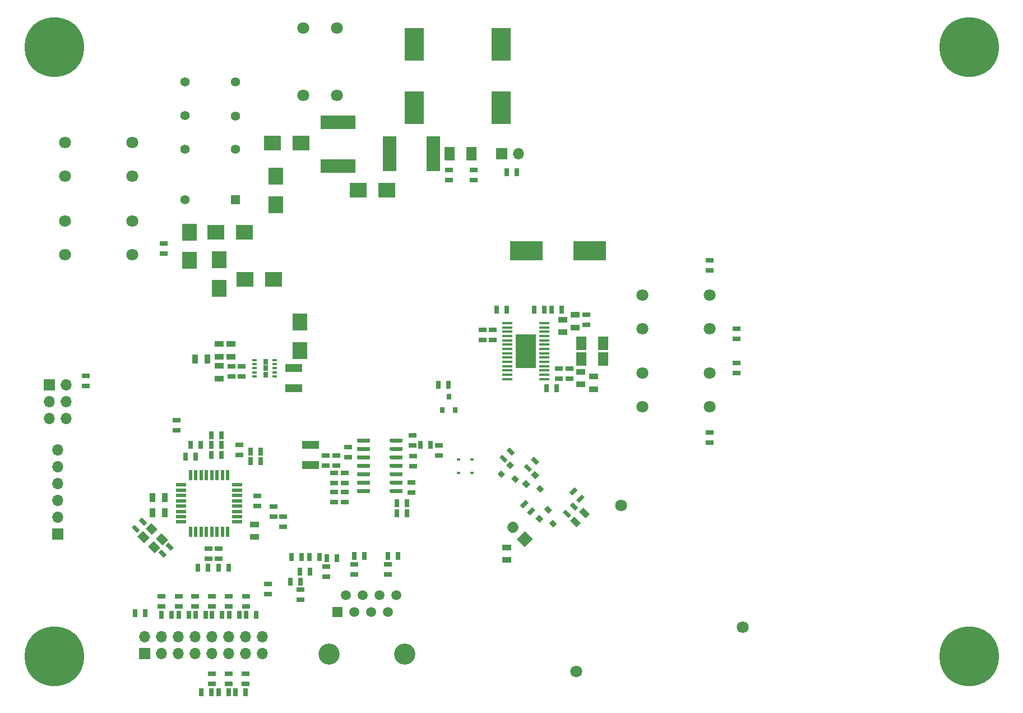
<source format=gts>
G04 #@! TF.GenerationSoftware,KiCad,Pcbnew,5.1.5-52549c5~86~ubuntu18.04.1*
G04 #@! TF.CreationDate,2020-04-15T15:15:01+02:00*
G04 #@! TF.ProjectId,opensyringepump_indus,6f70656e-7379-4726-996e-676570756d70,1.5*
G04 #@! TF.SameCoordinates,Original*
G04 #@! TF.FileFunction,Soldermask,Top*
G04 #@! TF.FilePolarity,Negative*
%FSLAX46Y46*%
G04 Gerber Fmt 4.6, Leading zero omitted, Abs format (unit mm)*
G04 Created by KiCad (PCBNEW 5.1.5-52549c5~86~ubuntu18.04.1) date 2020-04-15 15:15:01*
%MOMM*%
%LPD*%
G04 APERTURE LIST*
%ADD10R,2.300000X2.500000*%
%ADD11C,1.800000*%
%ADD12R,1.143000X0.635000*%
%ADD13R,0.635000X1.143000*%
%ADD14C,0.100000*%
%ADD15R,1.397000X0.889000*%
%ADD16R,0.889000X1.397000*%
%ADD17R,2.540000X1.270000*%
%ADD18C,9.000000*%
%ADD19O,1.700000X1.700000*%
%ADD20R,1.700000X1.700000*%
%ADD21C,0.350000*%
%ADD22R,0.700000X0.966666*%
%ADD23R,0.650000X0.300000*%
%ADD24R,2.000000X5.300000*%
%ADD25R,5.300000X2.000000*%
%ADD26R,0.600000X0.450000*%
%ADD27C,1.500000*%
%ADD28R,1.500000X1.500000*%
%ADD29C,3.200000*%
%ADD30R,1.524000X2.032000*%
%ADD31R,5.000000X3.000000*%
%ADD32R,3.000000X5.000000*%
%ADD33R,1.600200X0.299720*%
%ADD34R,3.098800X5.179060*%
%ADD35R,0.800000X0.900000*%
%ADD36C,1.700000*%
%ADD37R,0.550000X1.600000*%
%ADD38R,1.600000X0.550000*%
%ADD39C,1.400000*%
%ADD40R,1.400000X1.400000*%
%ADD41R,2.500000X2.300000*%
G04 APERTURE END LIST*
D10*
X56400000Y-65950000D03*
X56400000Y-70250000D03*
D11*
X139988618Y-125582016D03*
X121617984Y-107211382D03*
X114893398Y-132306602D03*
D12*
X54500000Y-94338000D03*
X54500000Y-95862000D03*
X62800000Y-87762000D03*
X62800000Y-86238000D03*
X64299999Y-87762000D03*
X64299999Y-86238000D03*
X100700000Y-80738000D03*
X100700000Y-82262000D03*
X102200000Y-82262000D03*
X102200000Y-80738000D03*
D13*
X57362000Y-99800000D03*
X55838000Y-99800000D03*
X58162000Y-98100000D03*
X56638000Y-98100000D03*
D14*
G36*
X115044576Y-104899599D02*
G01*
X114236353Y-105707822D01*
X113787340Y-105258809D01*
X114595563Y-104450586D01*
X115044576Y-104899599D01*
G37*
G36*
X116122206Y-105977229D02*
G01*
X115313983Y-106785452D01*
X114864970Y-106336439D01*
X115673193Y-105528216D01*
X116122206Y-105977229D01*
G37*
G36*
X113281580Y-107810197D02*
G01*
X114089803Y-108618420D01*
X113640790Y-109067433D01*
X112832567Y-108259210D01*
X113281580Y-107810197D01*
G37*
G36*
X114359210Y-106732567D02*
G01*
X115167433Y-107540790D01*
X114718420Y-107989803D01*
X113910197Y-107181580D01*
X114359210Y-106732567D01*
G37*
G36*
X107440349Y-108245628D02*
G01*
X108248572Y-107437405D01*
X108697585Y-107886418D01*
X107889362Y-108694641D01*
X107440349Y-108245628D01*
G37*
G36*
X106362719Y-107167998D02*
G01*
X107170942Y-106359775D01*
X107619955Y-106808788D01*
X106811732Y-107617011D01*
X106362719Y-107167998D01*
G37*
G36*
X108818420Y-101089803D02*
G01*
X108010197Y-100281580D01*
X108459210Y-99832567D01*
X109267433Y-100640790D01*
X108818420Y-101089803D01*
G37*
G36*
X107740790Y-102167433D02*
G01*
X106932567Y-101359210D01*
X107381580Y-100910197D01*
X108189803Y-101718420D01*
X107740790Y-102167433D01*
G37*
G36*
X105118420Y-99689803D02*
G01*
X104310197Y-98881580D01*
X104759210Y-98432567D01*
X105567433Y-99240790D01*
X105118420Y-99689803D01*
G37*
G36*
X104040790Y-100767433D02*
G01*
X103232567Y-99959210D01*
X103681580Y-99510197D01*
X104489803Y-100318420D01*
X104040790Y-100767433D01*
G37*
D13*
X74538000Y-115000000D03*
X76062000Y-115000000D03*
X74662000Y-117200000D03*
X73138000Y-117200000D03*
D12*
X69100000Y-107338000D03*
X69100000Y-108862000D03*
X90100000Y-96638000D03*
X90100000Y-98162000D03*
X90000000Y-105262000D03*
X90000000Y-103738000D03*
D13*
X87738000Y-108400000D03*
X89262000Y-108400000D03*
X89262000Y-106900000D03*
X87738000Y-106900000D03*
D12*
X90200000Y-99738000D03*
X90200000Y-101262000D03*
X77000000Y-99638000D03*
X77000000Y-101162000D03*
X78600000Y-101162000D03*
X78600000Y-99638000D03*
X78300000Y-105138000D03*
X78300000Y-106662000D03*
X79900000Y-106662000D03*
X79900000Y-105138000D03*
X78300000Y-103862000D03*
X78300000Y-102338000D03*
X79900000Y-102338000D03*
X79900000Y-103862000D03*
D13*
X65638000Y-100500000D03*
X67162000Y-100500000D03*
X65638000Y-99100000D03*
X67162000Y-99100000D03*
D12*
X64000000Y-98038000D03*
X64000000Y-99562000D03*
X113800000Y-88062000D03*
X113800000Y-86538000D03*
D13*
X111138000Y-77700000D03*
X112662000Y-77700000D03*
X108538000Y-77700000D03*
X110062000Y-77700000D03*
X95562000Y-89000000D03*
X94038000Y-89000000D03*
X59738000Y-98100000D03*
X61262000Y-98100000D03*
X61262000Y-96600000D03*
X59738000Y-96600000D03*
X49762000Y-123500000D03*
X48238000Y-123500000D03*
D12*
X40800000Y-87638000D03*
X40800000Y-89162000D03*
D13*
X73362000Y-115000000D03*
X71838000Y-115000000D03*
D12*
X68300000Y-119038000D03*
X68300000Y-120562000D03*
D14*
G36*
X116253124Y-109134704D02*
G01*
X115265296Y-108146876D01*
X115893914Y-107518258D01*
X116881742Y-108506086D01*
X116253124Y-109134704D01*
G37*
G36*
X114906086Y-110481742D02*
G01*
X113918258Y-109493914D01*
X114546876Y-108865296D01*
X115534704Y-109853124D01*
X114906086Y-110481742D01*
G37*
D15*
X104400000Y-115452500D03*
X104400000Y-113547500D03*
X66300000Y-111952500D03*
X66300000Y-110047500D03*
D12*
X52500000Y-67638000D03*
X52500000Y-69162000D03*
D16*
X57247500Y-85100000D03*
X59152500Y-85100000D03*
D15*
X60900000Y-88052500D03*
X60900000Y-86147500D03*
X60899999Y-82847501D03*
X60899999Y-84752501D03*
X62700001Y-82847501D03*
X62700001Y-84752501D03*
D17*
X72200001Y-89524001D03*
X72200001Y-86476001D03*
D16*
X50847500Y-106000000D03*
X52752500Y-106000000D03*
X50847500Y-108300000D03*
X52752500Y-108300000D03*
D15*
X112800000Y-79147500D03*
X112800000Y-81052500D03*
X115500000Y-88952500D03*
X115500000Y-87047500D03*
X114700000Y-78447500D03*
X114700000Y-80352500D03*
X117500000Y-89652500D03*
X117500000Y-87747500D03*
D12*
X116400000Y-78438000D03*
X116400000Y-79962000D03*
X99400000Y-58062000D03*
X99400000Y-56538000D03*
X95600000Y-58062000D03*
X95600000Y-56538000D03*
D13*
X58862000Y-123700000D03*
X57338000Y-123700000D03*
X61362000Y-123700000D03*
X59838000Y-123700000D03*
X56362000Y-123700000D03*
X54838000Y-123700000D03*
X63962000Y-123700000D03*
X62438000Y-123700000D03*
X53762000Y-123700000D03*
X52238000Y-123700000D03*
X66500000Y-123700000D03*
X64976000Y-123700000D03*
D14*
G36*
X48130970Y-110101009D02*
G01*
X48939193Y-110909232D01*
X48490180Y-111358245D01*
X47681957Y-110550022D01*
X48130970Y-110101009D01*
G37*
G36*
X49208600Y-109023379D02*
G01*
X50016823Y-109831602D01*
X49567810Y-110280615D01*
X48759587Y-109472392D01*
X49208600Y-109023379D01*
G37*
G36*
X53598319Y-114028281D02*
G01*
X52790096Y-113220058D01*
X53239109Y-112771045D01*
X54047332Y-113579268D01*
X53598319Y-114028281D01*
G37*
G36*
X52520689Y-115105911D02*
G01*
X51712466Y-114297688D01*
X52161479Y-113848675D01*
X52969702Y-114656898D01*
X52520689Y-115105911D01*
G37*
D13*
X87924000Y-114800000D03*
X86400000Y-114800000D03*
X82862000Y-114800000D03*
X81338000Y-114800000D03*
X58238000Y-135400000D03*
X59762000Y-135400000D03*
X60838000Y-135400000D03*
X62362000Y-135400000D03*
D12*
X70600000Y-110462000D03*
X70600000Y-108938000D03*
D13*
X63338000Y-135400000D03*
X64862000Y-135400000D03*
X57738000Y-116600000D03*
X59262000Y-116600000D03*
X62362000Y-116600000D03*
X60838000Y-116600000D03*
X78662000Y-115200000D03*
X77138000Y-115200000D03*
D12*
X139100000Y-80538000D03*
X139100000Y-82062000D03*
X139100000Y-87262000D03*
X139100000Y-85738000D03*
X135000000Y-71762000D03*
X135000000Y-70238000D03*
X135000000Y-96238000D03*
X135000000Y-97762000D03*
D13*
X71638000Y-118700000D03*
X73162000Y-118700000D03*
D12*
X66700000Y-105788000D03*
X66700000Y-107312000D03*
X80400000Y-98438000D03*
X80400000Y-99962000D03*
D17*
X74700000Y-98076000D03*
X74700000Y-101124000D03*
D13*
X111862000Y-89500000D03*
X110338000Y-89500000D03*
D12*
X112200000Y-88062000D03*
X112200000Y-86538000D03*
D13*
X102838000Y-77700000D03*
X104362000Y-77700000D03*
D12*
X94100000Y-99662000D03*
X94100000Y-98138000D03*
D13*
X61262000Y-99600000D03*
X59738000Y-99600000D03*
D18*
X174200000Y-130000000D03*
X36000000Y-38000000D03*
X36000000Y-130000000D03*
X174200000Y-38000000D03*
D13*
X104338000Y-56900000D03*
X105862000Y-56900000D03*
D19*
X36500000Y-98800000D03*
X36500000Y-101340000D03*
X36500000Y-103880000D03*
X36500000Y-106420000D03*
X36500000Y-108960000D03*
D20*
X36500000Y-111500000D03*
D19*
X37840000Y-94080000D03*
X35300000Y-94080000D03*
X37840000Y-91540000D03*
X35300000Y-91540000D03*
X37840000Y-89000000D03*
D20*
X35300000Y-89000000D03*
D21*
X67975000Y-85533334D03*
X67975000Y-86500000D03*
X67975000Y-87466666D03*
D22*
X67975000Y-85533334D03*
X67975000Y-86500000D03*
X67975000Y-87466666D03*
D23*
X66275000Y-87700000D03*
X66275000Y-87100000D03*
X66275000Y-86500000D03*
X66275000Y-85900000D03*
X66275000Y-85300000D03*
X69325000Y-85300000D03*
X69325000Y-85900000D03*
X69325000Y-86500000D03*
X69325000Y-87100000D03*
X69325000Y-87700000D03*
D19*
X106140000Y-54100000D03*
D20*
X103600000Y-54100000D03*
D13*
X91338000Y-98100000D03*
X92862000Y-98100000D03*
D24*
X86700000Y-54100000D03*
X93300000Y-54100000D03*
D25*
X78900000Y-56000000D03*
X78900000Y-49400000D03*
D10*
X73100000Y-79550000D03*
X73100000Y-83850000D03*
D26*
X99150000Y-100300000D03*
X97050000Y-100300000D03*
X99150000Y-102300000D03*
X97050000Y-102300000D03*
D27*
X87690000Y-120760000D03*
X86420000Y-123300000D03*
X85150000Y-120760000D03*
X83880000Y-123300000D03*
X82610000Y-120760000D03*
X81340000Y-123300000D03*
X80070000Y-120760000D03*
D28*
X78800000Y-123300000D03*
D29*
X77530000Y-129650000D03*
X88960000Y-129650000D03*
D30*
X99051000Y-54100000D03*
X95749000Y-54100000D03*
D31*
X116900000Y-68800000D03*
X107300000Y-68800000D03*
D32*
X103500000Y-47200000D03*
X103500000Y-37600000D03*
X90400000Y-47200000D03*
X90400000Y-37600000D03*
D12*
X52200000Y-122462000D03*
X52200000Y-120938000D03*
X54800000Y-122462000D03*
X54800000Y-120938000D03*
X57300000Y-122462000D03*
X57300000Y-120938000D03*
X59800000Y-122462000D03*
X59800000Y-120938000D03*
X62400000Y-122462000D03*
X62400000Y-120938000D03*
X65000000Y-122462000D03*
X65000000Y-120938000D03*
D14*
G36*
X51996016Y-113549569D02*
G01*
X51147488Y-114398097D01*
X50157538Y-113408147D01*
X51006066Y-112559619D01*
X51996016Y-113549569D01*
G37*
G36*
X50440381Y-111993934D02*
G01*
X49591853Y-112842462D01*
X48601903Y-111852512D01*
X49450431Y-111003984D01*
X50440381Y-111993934D01*
G37*
G36*
X51642462Y-110791853D02*
G01*
X50793934Y-111640381D01*
X49803984Y-110650431D01*
X50652512Y-109801903D01*
X51642462Y-110791853D01*
G37*
G36*
X53198097Y-112347488D02*
G01*
X52349569Y-113196016D01*
X51359619Y-112206066D01*
X52208147Y-111357538D01*
X53198097Y-112347488D01*
G37*
D12*
X86400000Y-116138000D03*
X86400000Y-117662000D03*
X81300000Y-116138000D03*
X81300000Y-117662000D03*
X59800000Y-134162000D03*
X59800000Y-132638000D03*
X62400000Y-134162000D03*
X62400000Y-132638000D03*
X64900000Y-134162000D03*
X64900000Y-132638000D03*
X59300000Y-113738000D03*
X59300000Y-115262000D03*
X60800000Y-113738000D03*
X60800000Y-115262000D03*
X73200000Y-119938000D03*
X73200000Y-121462000D03*
X77100000Y-116438000D03*
X77100000Y-117962000D03*
D33*
X109999080Y-79675980D03*
X109999080Y-80326220D03*
X109999080Y-80973920D03*
X109999080Y-81624160D03*
X109999080Y-82274400D03*
X109999080Y-82924640D03*
X109999080Y-83574880D03*
X109999080Y-84225120D03*
X109999080Y-84875360D03*
X109999080Y-85525600D03*
X109999080Y-86175840D03*
X109999080Y-86826080D03*
X109999080Y-87473780D03*
X109999080Y-88124020D03*
D34*
X107200000Y-83900000D03*
D33*
X104400920Y-88124020D03*
X104400920Y-87473780D03*
X104400920Y-86826080D03*
X104400920Y-86175840D03*
X104400920Y-85525600D03*
X104400920Y-84875360D03*
X104400920Y-84225120D03*
X104400920Y-83574880D03*
X104400920Y-82924640D03*
X104400920Y-82274400D03*
X104400920Y-81624160D03*
X104400920Y-80973920D03*
X104400920Y-80326220D03*
X104400920Y-79675980D03*
D14*
G36*
X88514703Y-97090722D02*
G01*
X88529264Y-97092882D01*
X88543543Y-97096459D01*
X88557403Y-97101418D01*
X88570710Y-97107712D01*
X88583336Y-97115280D01*
X88595159Y-97124048D01*
X88606066Y-97133934D01*
X88615952Y-97144841D01*
X88624720Y-97156664D01*
X88632288Y-97169290D01*
X88638582Y-97182597D01*
X88643541Y-97196457D01*
X88647118Y-97210736D01*
X88649278Y-97225297D01*
X88650000Y-97240000D01*
X88650000Y-97540000D01*
X88649278Y-97554703D01*
X88647118Y-97569264D01*
X88643541Y-97583543D01*
X88638582Y-97597403D01*
X88632288Y-97610710D01*
X88624720Y-97623336D01*
X88615952Y-97635159D01*
X88606066Y-97646066D01*
X88595159Y-97655952D01*
X88583336Y-97664720D01*
X88570710Y-97672288D01*
X88557403Y-97678582D01*
X88543543Y-97683541D01*
X88529264Y-97687118D01*
X88514703Y-97689278D01*
X88500000Y-97690000D01*
X86850000Y-97690000D01*
X86835297Y-97689278D01*
X86820736Y-97687118D01*
X86806457Y-97683541D01*
X86792597Y-97678582D01*
X86779290Y-97672288D01*
X86766664Y-97664720D01*
X86754841Y-97655952D01*
X86743934Y-97646066D01*
X86734048Y-97635159D01*
X86725280Y-97623336D01*
X86717712Y-97610710D01*
X86711418Y-97597403D01*
X86706459Y-97583543D01*
X86702882Y-97569264D01*
X86700722Y-97554703D01*
X86700000Y-97540000D01*
X86700000Y-97240000D01*
X86700722Y-97225297D01*
X86702882Y-97210736D01*
X86706459Y-97196457D01*
X86711418Y-97182597D01*
X86717712Y-97169290D01*
X86725280Y-97156664D01*
X86734048Y-97144841D01*
X86743934Y-97133934D01*
X86754841Y-97124048D01*
X86766664Y-97115280D01*
X86779290Y-97107712D01*
X86792597Y-97101418D01*
X86806457Y-97096459D01*
X86820736Y-97092882D01*
X86835297Y-97090722D01*
X86850000Y-97090000D01*
X88500000Y-97090000D01*
X88514703Y-97090722D01*
G37*
G36*
X88514703Y-98360722D02*
G01*
X88529264Y-98362882D01*
X88543543Y-98366459D01*
X88557403Y-98371418D01*
X88570710Y-98377712D01*
X88583336Y-98385280D01*
X88595159Y-98394048D01*
X88606066Y-98403934D01*
X88615952Y-98414841D01*
X88624720Y-98426664D01*
X88632288Y-98439290D01*
X88638582Y-98452597D01*
X88643541Y-98466457D01*
X88647118Y-98480736D01*
X88649278Y-98495297D01*
X88650000Y-98510000D01*
X88650000Y-98810000D01*
X88649278Y-98824703D01*
X88647118Y-98839264D01*
X88643541Y-98853543D01*
X88638582Y-98867403D01*
X88632288Y-98880710D01*
X88624720Y-98893336D01*
X88615952Y-98905159D01*
X88606066Y-98916066D01*
X88595159Y-98925952D01*
X88583336Y-98934720D01*
X88570710Y-98942288D01*
X88557403Y-98948582D01*
X88543543Y-98953541D01*
X88529264Y-98957118D01*
X88514703Y-98959278D01*
X88500000Y-98960000D01*
X86850000Y-98960000D01*
X86835297Y-98959278D01*
X86820736Y-98957118D01*
X86806457Y-98953541D01*
X86792597Y-98948582D01*
X86779290Y-98942288D01*
X86766664Y-98934720D01*
X86754841Y-98925952D01*
X86743934Y-98916066D01*
X86734048Y-98905159D01*
X86725280Y-98893336D01*
X86717712Y-98880710D01*
X86711418Y-98867403D01*
X86706459Y-98853543D01*
X86702882Y-98839264D01*
X86700722Y-98824703D01*
X86700000Y-98810000D01*
X86700000Y-98510000D01*
X86700722Y-98495297D01*
X86702882Y-98480736D01*
X86706459Y-98466457D01*
X86711418Y-98452597D01*
X86717712Y-98439290D01*
X86725280Y-98426664D01*
X86734048Y-98414841D01*
X86743934Y-98403934D01*
X86754841Y-98394048D01*
X86766664Y-98385280D01*
X86779290Y-98377712D01*
X86792597Y-98371418D01*
X86806457Y-98366459D01*
X86820736Y-98362882D01*
X86835297Y-98360722D01*
X86850000Y-98360000D01*
X88500000Y-98360000D01*
X88514703Y-98360722D01*
G37*
G36*
X88514703Y-99630722D02*
G01*
X88529264Y-99632882D01*
X88543543Y-99636459D01*
X88557403Y-99641418D01*
X88570710Y-99647712D01*
X88583336Y-99655280D01*
X88595159Y-99664048D01*
X88606066Y-99673934D01*
X88615952Y-99684841D01*
X88624720Y-99696664D01*
X88632288Y-99709290D01*
X88638582Y-99722597D01*
X88643541Y-99736457D01*
X88647118Y-99750736D01*
X88649278Y-99765297D01*
X88650000Y-99780000D01*
X88650000Y-100080000D01*
X88649278Y-100094703D01*
X88647118Y-100109264D01*
X88643541Y-100123543D01*
X88638582Y-100137403D01*
X88632288Y-100150710D01*
X88624720Y-100163336D01*
X88615952Y-100175159D01*
X88606066Y-100186066D01*
X88595159Y-100195952D01*
X88583336Y-100204720D01*
X88570710Y-100212288D01*
X88557403Y-100218582D01*
X88543543Y-100223541D01*
X88529264Y-100227118D01*
X88514703Y-100229278D01*
X88500000Y-100230000D01*
X86850000Y-100230000D01*
X86835297Y-100229278D01*
X86820736Y-100227118D01*
X86806457Y-100223541D01*
X86792597Y-100218582D01*
X86779290Y-100212288D01*
X86766664Y-100204720D01*
X86754841Y-100195952D01*
X86743934Y-100186066D01*
X86734048Y-100175159D01*
X86725280Y-100163336D01*
X86717712Y-100150710D01*
X86711418Y-100137403D01*
X86706459Y-100123543D01*
X86702882Y-100109264D01*
X86700722Y-100094703D01*
X86700000Y-100080000D01*
X86700000Y-99780000D01*
X86700722Y-99765297D01*
X86702882Y-99750736D01*
X86706459Y-99736457D01*
X86711418Y-99722597D01*
X86717712Y-99709290D01*
X86725280Y-99696664D01*
X86734048Y-99684841D01*
X86743934Y-99673934D01*
X86754841Y-99664048D01*
X86766664Y-99655280D01*
X86779290Y-99647712D01*
X86792597Y-99641418D01*
X86806457Y-99636459D01*
X86820736Y-99632882D01*
X86835297Y-99630722D01*
X86850000Y-99630000D01*
X88500000Y-99630000D01*
X88514703Y-99630722D01*
G37*
G36*
X88514703Y-100900722D02*
G01*
X88529264Y-100902882D01*
X88543543Y-100906459D01*
X88557403Y-100911418D01*
X88570710Y-100917712D01*
X88583336Y-100925280D01*
X88595159Y-100934048D01*
X88606066Y-100943934D01*
X88615952Y-100954841D01*
X88624720Y-100966664D01*
X88632288Y-100979290D01*
X88638582Y-100992597D01*
X88643541Y-101006457D01*
X88647118Y-101020736D01*
X88649278Y-101035297D01*
X88650000Y-101050000D01*
X88650000Y-101350000D01*
X88649278Y-101364703D01*
X88647118Y-101379264D01*
X88643541Y-101393543D01*
X88638582Y-101407403D01*
X88632288Y-101420710D01*
X88624720Y-101433336D01*
X88615952Y-101445159D01*
X88606066Y-101456066D01*
X88595159Y-101465952D01*
X88583336Y-101474720D01*
X88570710Y-101482288D01*
X88557403Y-101488582D01*
X88543543Y-101493541D01*
X88529264Y-101497118D01*
X88514703Y-101499278D01*
X88500000Y-101500000D01*
X86850000Y-101500000D01*
X86835297Y-101499278D01*
X86820736Y-101497118D01*
X86806457Y-101493541D01*
X86792597Y-101488582D01*
X86779290Y-101482288D01*
X86766664Y-101474720D01*
X86754841Y-101465952D01*
X86743934Y-101456066D01*
X86734048Y-101445159D01*
X86725280Y-101433336D01*
X86717712Y-101420710D01*
X86711418Y-101407403D01*
X86706459Y-101393543D01*
X86702882Y-101379264D01*
X86700722Y-101364703D01*
X86700000Y-101350000D01*
X86700000Y-101050000D01*
X86700722Y-101035297D01*
X86702882Y-101020736D01*
X86706459Y-101006457D01*
X86711418Y-100992597D01*
X86717712Y-100979290D01*
X86725280Y-100966664D01*
X86734048Y-100954841D01*
X86743934Y-100943934D01*
X86754841Y-100934048D01*
X86766664Y-100925280D01*
X86779290Y-100917712D01*
X86792597Y-100911418D01*
X86806457Y-100906459D01*
X86820736Y-100902882D01*
X86835297Y-100900722D01*
X86850000Y-100900000D01*
X88500000Y-100900000D01*
X88514703Y-100900722D01*
G37*
G36*
X88514703Y-102170722D02*
G01*
X88529264Y-102172882D01*
X88543543Y-102176459D01*
X88557403Y-102181418D01*
X88570710Y-102187712D01*
X88583336Y-102195280D01*
X88595159Y-102204048D01*
X88606066Y-102213934D01*
X88615952Y-102224841D01*
X88624720Y-102236664D01*
X88632288Y-102249290D01*
X88638582Y-102262597D01*
X88643541Y-102276457D01*
X88647118Y-102290736D01*
X88649278Y-102305297D01*
X88650000Y-102320000D01*
X88650000Y-102620000D01*
X88649278Y-102634703D01*
X88647118Y-102649264D01*
X88643541Y-102663543D01*
X88638582Y-102677403D01*
X88632288Y-102690710D01*
X88624720Y-102703336D01*
X88615952Y-102715159D01*
X88606066Y-102726066D01*
X88595159Y-102735952D01*
X88583336Y-102744720D01*
X88570710Y-102752288D01*
X88557403Y-102758582D01*
X88543543Y-102763541D01*
X88529264Y-102767118D01*
X88514703Y-102769278D01*
X88500000Y-102770000D01*
X86850000Y-102770000D01*
X86835297Y-102769278D01*
X86820736Y-102767118D01*
X86806457Y-102763541D01*
X86792597Y-102758582D01*
X86779290Y-102752288D01*
X86766664Y-102744720D01*
X86754841Y-102735952D01*
X86743934Y-102726066D01*
X86734048Y-102715159D01*
X86725280Y-102703336D01*
X86717712Y-102690710D01*
X86711418Y-102677403D01*
X86706459Y-102663543D01*
X86702882Y-102649264D01*
X86700722Y-102634703D01*
X86700000Y-102620000D01*
X86700000Y-102320000D01*
X86700722Y-102305297D01*
X86702882Y-102290736D01*
X86706459Y-102276457D01*
X86711418Y-102262597D01*
X86717712Y-102249290D01*
X86725280Y-102236664D01*
X86734048Y-102224841D01*
X86743934Y-102213934D01*
X86754841Y-102204048D01*
X86766664Y-102195280D01*
X86779290Y-102187712D01*
X86792597Y-102181418D01*
X86806457Y-102176459D01*
X86820736Y-102172882D01*
X86835297Y-102170722D01*
X86850000Y-102170000D01*
X88500000Y-102170000D01*
X88514703Y-102170722D01*
G37*
G36*
X88514703Y-103440722D02*
G01*
X88529264Y-103442882D01*
X88543543Y-103446459D01*
X88557403Y-103451418D01*
X88570710Y-103457712D01*
X88583336Y-103465280D01*
X88595159Y-103474048D01*
X88606066Y-103483934D01*
X88615952Y-103494841D01*
X88624720Y-103506664D01*
X88632288Y-103519290D01*
X88638582Y-103532597D01*
X88643541Y-103546457D01*
X88647118Y-103560736D01*
X88649278Y-103575297D01*
X88650000Y-103590000D01*
X88650000Y-103890000D01*
X88649278Y-103904703D01*
X88647118Y-103919264D01*
X88643541Y-103933543D01*
X88638582Y-103947403D01*
X88632288Y-103960710D01*
X88624720Y-103973336D01*
X88615952Y-103985159D01*
X88606066Y-103996066D01*
X88595159Y-104005952D01*
X88583336Y-104014720D01*
X88570710Y-104022288D01*
X88557403Y-104028582D01*
X88543543Y-104033541D01*
X88529264Y-104037118D01*
X88514703Y-104039278D01*
X88500000Y-104040000D01*
X86850000Y-104040000D01*
X86835297Y-104039278D01*
X86820736Y-104037118D01*
X86806457Y-104033541D01*
X86792597Y-104028582D01*
X86779290Y-104022288D01*
X86766664Y-104014720D01*
X86754841Y-104005952D01*
X86743934Y-103996066D01*
X86734048Y-103985159D01*
X86725280Y-103973336D01*
X86717712Y-103960710D01*
X86711418Y-103947403D01*
X86706459Y-103933543D01*
X86702882Y-103919264D01*
X86700722Y-103904703D01*
X86700000Y-103890000D01*
X86700000Y-103590000D01*
X86700722Y-103575297D01*
X86702882Y-103560736D01*
X86706459Y-103546457D01*
X86711418Y-103532597D01*
X86717712Y-103519290D01*
X86725280Y-103506664D01*
X86734048Y-103494841D01*
X86743934Y-103483934D01*
X86754841Y-103474048D01*
X86766664Y-103465280D01*
X86779290Y-103457712D01*
X86792597Y-103451418D01*
X86806457Y-103446459D01*
X86820736Y-103442882D01*
X86835297Y-103440722D01*
X86850000Y-103440000D01*
X88500000Y-103440000D01*
X88514703Y-103440722D01*
G37*
G36*
X88514703Y-104710722D02*
G01*
X88529264Y-104712882D01*
X88543543Y-104716459D01*
X88557403Y-104721418D01*
X88570710Y-104727712D01*
X88583336Y-104735280D01*
X88595159Y-104744048D01*
X88606066Y-104753934D01*
X88615952Y-104764841D01*
X88624720Y-104776664D01*
X88632288Y-104789290D01*
X88638582Y-104802597D01*
X88643541Y-104816457D01*
X88647118Y-104830736D01*
X88649278Y-104845297D01*
X88650000Y-104860000D01*
X88650000Y-105160000D01*
X88649278Y-105174703D01*
X88647118Y-105189264D01*
X88643541Y-105203543D01*
X88638582Y-105217403D01*
X88632288Y-105230710D01*
X88624720Y-105243336D01*
X88615952Y-105255159D01*
X88606066Y-105266066D01*
X88595159Y-105275952D01*
X88583336Y-105284720D01*
X88570710Y-105292288D01*
X88557403Y-105298582D01*
X88543543Y-105303541D01*
X88529264Y-105307118D01*
X88514703Y-105309278D01*
X88500000Y-105310000D01*
X86850000Y-105310000D01*
X86835297Y-105309278D01*
X86820736Y-105307118D01*
X86806457Y-105303541D01*
X86792597Y-105298582D01*
X86779290Y-105292288D01*
X86766664Y-105284720D01*
X86754841Y-105275952D01*
X86743934Y-105266066D01*
X86734048Y-105255159D01*
X86725280Y-105243336D01*
X86717712Y-105230710D01*
X86711418Y-105217403D01*
X86706459Y-105203543D01*
X86702882Y-105189264D01*
X86700722Y-105174703D01*
X86700000Y-105160000D01*
X86700000Y-104860000D01*
X86700722Y-104845297D01*
X86702882Y-104830736D01*
X86706459Y-104816457D01*
X86711418Y-104802597D01*
X86717712Y-104789290D01*
X86725280Y-104776664D01*
X86734048Y-104764841D01*
X86743934Y-104753934D01*
X86754841Y-104744048D01*
X86766664Y-104735280D01*
X86779290Y-104727712D01*
X86792597Y-104721418D01*
X86806457Y-104716459D01*
X86820736Y-104712882D01*
X86835297Y-104710722D01*
X86850000Y-104710000D01*
X88500000Y-104710000D01*
X88514703Y-104710722D01*
G37*
G36*
X83564703Y-104710722D02*
G01*
X83579264Y-104712882D01*
X83593543Y-104716459D01*
X83607403Y-104721418D01*
X83620710Y-104727712D01*
X83633336Y-104735280D01*
X83645159Y-104744048D01*
X83656066Y-104753934D01*
X83665952Y-104764841D01*
X83674720Y-104776664D01*
X83682288Y-104789290D01*
X83688582Y-104802597D01*
X83693541Y-104816457D01*
X83697118Y-104830736D01*
X83699278Y-104845297D01*
X83700000Y-104860000D01*
X83700000Y-105160000D01*
X83699278Y-105174703D01*
X83697118Y-105189264D01*
X83693541Y-105203543D01*
X83688582Y-105217403D01*
X83682288Y-105230710D01*
X83674720Y-105243336D01*
X83665952Y-105255159D01*
X83656066Y-105266066D01*
X83645159Y-105275952D01*
X83633336Y-105284720D01*
X83620710Y-105292288D01*
X83607403Y-105298582D01*
X83593543Y-105303541D01*
X83579264Y-105307118D01*
X83564703Y-105309278D01*
X83550000Y-105310000D01*
X81900000Y-105310000D01*
X81885297Y-105309278D01*
X81870736Y-105307118D01*
X81856457Y-105303541D01*
X81842597Y-105298582D01*
X81829290Y-105292288D01*
X81816664Y-105284720D01*
X81804841Y-105275952D01*
X81793934Y-105266066D01*
X81784048Y-105255159D01*
X81775280Y-105243336D01*
X81767712Y-105230710D01*
X81761418Y-105217403D01*
X81756459Y-105203543D01*
X81752882Y-105189264D01*
X81750722Y-105174703D01*
X81750000Y-105160000D01*
X81750000Y-104860000D01*
X81750722Y-104845297D01*
X81752882Y-104830736D01*
X81756459Y-104816457D01*
X81761418Y-104802597D01*
X81767712Y-104789290D01*
X81775280Y-104776664D01*
X81784048Y-104764841D01*
X81793934Y-104753934D01*
X81804841Y-104744048D01*
X81816664Y-104735280D01*
X81829290Y-104727712D01*
X81842597Y-104721418D01*
X81856457Y-104716459D01*
X81870736Y-104712882D01*
X81885297Y-104710722D01*
X81900000Y-104710000D01*
X83550000Y-104710000D01*
X83564703Y-104710722D01*
G37*
G36*
X83564703Y-103440722D02*
G01*
X83579264Y-103442882D01*
X83593543Y-103446459D01*
X83607403Y-103451418D01*
X83620710Y-103457712D01*
X83633336Y-103465280D01*
X83645159Y-103474048D01*
X83656066Y-103483934D01*
X83665952Y-103494841D01*
X83674720Y-103506664D01*
X83682288Y-103519290D01*
X83688582Y-103532597D01*
X83693541Y-103546457D01*
X83697118Y-103560736D01*
X83699278Y-103575297D01*
X83700000Y-103590000D01*
X83700000Y-103890000D01*
X83699278Y-103904703D01*
X83697118Y-103919264D01*
X83693541Y-103933543D01*
X83688582Y-103947403D01*
X83682288Y-103960710D01*
X83674720Y-103973336D01*
X83665952Y-103985159D01*
X83656066Y-103996066D01*
X83645159Y-104005952D01*
X83633336Y-104014720D01*
X83620710Y-104022288D01*
X83607403Y-104028582D01*
X83593543Y-104033541D01*
X83579264Y-104037118D01*
X83564703Y-104039278D01*
X83550000Y-104040000D01*
X81900000Y-104040000D01*
X81885297Y-104039278D01*
X81870736Y-104037118D01*
X81856457Y-104033541D01*
X81842597Y-104028582D01*
X81829290Y-104022288D01*
X81816664Y-104014720D01*
X81804841Y-104005952D01*
X81793934Y-103996066D01*
X81784048Y-103985159D01*
X81775280Y-103973336D01*
X81767712Y-103960710D01*
X81761418Y-103947403D01*
X81756459Y-103933543D01*
X81752882Y-103919264D01*
X81750722Y-103904703D01*
X81750000Y-103890000D01*
X81750000Y-103590000D01*
X81750722Y-103575297D01*
X81752882Y-103560736D01*
X81756459Y-103546457D01*
X81761418Y-103532597D01*
X81767712Y-103519290D01*
X81775280Y-103506664D01*
X81784048Y-103494841D01*
X81793934Y-103483934D01*
X81804841Y-103474048D01*
X81816664Y-103465280D01*
X81829290Y-103457712D01*
X81842597Y-103451418D01*
X81856457Y-103446459D01*
X81870736Y-103442882D01*
X81885297Y-103440722D01*
X81900000Y-103440000D01*
X83550000Y-103440000D01*
X83564703Y-103440722D01*
G37*
G36*
X83564703Y-102170722D02*
G01*
X83579264Y-102172882D01*
X83593543Y-102176459D01*
X83607403Y-102181418D01*
X83620710Y-102187712D01*
X83633336Y-102195280D01*
X83645159Y-102204048D01*
X83656066Y-102213934D01*
X83665952Y-102224841D01*
X83674720Y-102236664D01*
X83682288Y-102249290D01*
X83688582Y-102262597D01*
X83693541Y-102276457D01*
X83697118Y-102290736D01*
X83699278Y-102305297D01*
X83700000Y-102320000D01*
X83700000Y-102620000D01*
X83699278Y-102634703D01*
X83697118Y-102649264D01*
X83693541Y-102663543D01*
X83688582Y-102677403D01*
X83682288Y-102690710D01*
X83674720Y-102703336D01*
X83665952Y-102715159D01*
X83656066Y-102726066D01*
X83645159Y-102735952D01*
X83633336Y-102744720D01*
X83620710Y-102752288D01*
X83607403Y-102758582D01*
X83593543Y-102763541D01*
X83579264Y-102767118D01*
X83564703Y-102769278D01*
X83550000Y-102770000D01*
X81900000Y-102770000D01*
X81885297Y-102769278D01*
X81870736Y-102767118D01*
X81856457Y-102763541D01*
X81842597Y-102758582D01*
X81829290Y-102752288D01*
X81816664Y-102744720D01*
X81804841Y-102735952D01*
X81793934Y-102726066D01*
X81784048Y-102715159D01*
X81775280Y-102703336D01*
X81767712Y-102690710D01*
X81761418Y-102677403D01*
X81756459Y-102663543D01*
X81752882Y-102649264D01*
X81750722Y-102634703D01*
X81750000Y-102620000D01*
X81750000Y-102320000D01*
X81750722Y-102305297D01*
X81752882Y-102290736D01*
X81756459Y-102276457D01*
X81761418Y-102262597D01*
X81767712Y-102249290D01*
X81775280Y-102236664D01*
X81784048Y-102224841D01*
X81793934Y-102213934D01*
X81804841Y-102204048D01*
X81816664Y-102195280D01*
X81829290Y-102187712D01*
X81842597Y-102181418D01*
X81856457Y-102176459D01*
X81870736Y-102172882D01*
X81885297Y-102170722D01*
X81900000Y-102170000D01*
X83550000Y-102170000D01*
X83564703Y-102170722D01*
G37*
G36*
X83564703Y-100900722D02*
G01*
X83579264Y-100902882D01*
X83593543Y-100906459D01*
X83607403Y-100911418D01*
X83620710Y-100917712D01*
X83633336Y-100925280D01*
X83645159Y-100934048D01*
X83656066Y-100943934D01*
X83665952Y-100954841D01*
X83674720Y-100966664D01*
X83682288Y-100979290D01*
X83688582Y-100992597D01*
X83693541Y-101006457D01*
X83697118Y-101020736D01*
X83699278Y-101035297D01*
X83700000Y-101050000D01*
X83700000Y-101350000D01*
X83699278Y-101364703D01*
X83697118Y-101379264D01*
X83693541Y-101393543D01*
X83688582Y-101407403D01*
X83682288Y-101420710D01*
X83674720Y-101433336D01*
X83665952Y-101445159D01*
X83656066Y-101456066D01*
X83645159Y-101465952D01*
X83633336Y-101474720D01*
X83620710Y-101482288D01*
X83607403Y-101488582D01*
X83593543Y-101493541D01*
X83579264Y-101497118D01*
X83564703Y-101499278D01*
X83550000Y-101500000D01*
X81900000Y-101500000D01*
X81885297Y-101499278D01*
X81870736Y-101497118D01*
X81856457Y-101493541D01*
X81842597Y-101488582D01*
X81829290Y-101482288D01*
X81816664Y-101474720D01*
X81804841Y-101465952D01*
X81793934Y-101456066D01*
X81784048Y-101445159D01*
X81775280Y-101433336D01*
X81767712Y-101420710D01*
X81761418Y-101407403D01*
X81756459Y-101393543D01*
X81752882Y-101379264D01*
X81750722Y-101364703D01*
X81750000Y-101350000D01*
X81750000Y-101050000D01*
X81750722Y-101035297D01*
X81752882Y-101020736D01*
X81756459Y-101006457D01*
X81761418Y-100992597D01*
X81767712Y-100979290D01*
X81775280Y-100966664D01*
X81784048Y-100954841D01*
X81793934Y-100943934D01*
X81804841Y-100934048D01*
X81816664Y-100925280D01*
X81829290Y-100917712D01*
X81842597Y-100911418D01*
X81856457Y-100906459D01*
X81870736Y-100902882D01*
X81885297Y-100900722D01*
X81900000Y-100900000D01*
X83550000Y-100900000D01*
X83564703Y-100900722D01*
G37*
G36*
X83564703Y-99630722D02*
G01*
X83579264Y-99632882D01*
X83593543Y-99636459D01*
X83607403Y-99641418D01*
X83620710Y-99647712D01*
X83633336Y-99655280D01*
X83645159Y-99664048D01*
X83656066Y-99673934D01*
X83665952Y-99684841D01*
X83674720Y-99696664D01*
X83682288Y-99709290D01*
X83688582Y-99722597D01*
X83693541Y-99736457D01*
X83697118Y-99750736D01*
X83699278Y-99765297D01*
X83700000Y-99780000D01*
X83700000Y-100080000D01*
X83699278Y-100094703D01*
X83697118Y-100109264D01*
X83693541Y-100123543D01*
X83688582Y-100137403D01*
X83682288Y-100150710D01*
X83674720Y-100163336D01*
X83665952Y-100175159D01*
X83656066Y-100186066D01*
X83645159Y-100195952D01*
X83633336Y-100204720D01*
X83620710Y-100212288D01*
X83607403Y-100218582D01*
X83593543Y-100223541D01*
X83579264Y-100227118D01*
X83564703Y-100229278D01*
X83550000Y-100230000D01*
X81900000Y-100230000D01*
X81885297Y-100229278D01*
X81870736Y-100227118D01*
X81856457Y-100223541D01*
X81842597Y-100218582D01*
X81829290Y-100212288D01*
X81816664Y-100204720D01*
X81804841Y-100195952D01*
X81793934Y-100186066D01*
X81784048Y-100175159D01*
X81775280Y-100163336D01*
X81767712Y-100150710D01*
X81761418Y-100137403D01*
X81756459Y-100123543D01*
X81752882Y-100109264D01*
X81750722Y-100094703D01*
X81750000Y-100080000D01*
X81750000Y-99780000D01*
X81750722Y-99765297D01*
X81752882Y-99750736D01*
X81756459Y-99736457D01*
X81761418Y-99722597D01*
X81767712Y-99709290D01*
X81775280Y-99696664D01*
X81784048Y-99684841D01*
X81793934Y-99673934D01*
X81804841Y-99664048D01*
X81816664Y-99655280D01*
X81829290Y-99647712D01*
X81842597Y-99641418D01*
X81856457Y-99636459D01*
X81870736Y-99632882D01*
X81885297Y-99630722D01*
X81900000Y-99630000D01*
X83550000Y-99630000D01*
X83564703Y-99630722D01*
G37*
G36*
X83564703Y-98360722D02*
G01*
X83579264Y-98362882D01*
X83593543Y-98366459D01*
X83607403Y-98371418D01*
X83620710Y-98377712D01*
X83633336Y-98385280D01*
X83645159Y-98394048D01*
X83656066Y-98403934D01*
X83665952Y-98414841D01*
X83674720Y-98426664D01*
X83682288Y-98439290D01*
X83688582Y-98452597D01*
X83693541Y-98466457D01*
X83697118Y-98480736D01*
X83699278Y-98495297D01*
X83700000Y-98510000D01*
X83700000Y-98810000D01*
X83699278Y-98824703D01*
X83697118Y-98839264D01*
X83693541Y-98853543D01*
X83688582Y-98867403D01*
X83682288Y-98880710D01*
X83674720Y-98893336D01*
X83665952Y-98905159D01*
X83656066Y-98916066D01*
X83645159Y-98925952D01*
X83633336Y-98934720D01*
X83620710Y-98942288D01*
X83607403Y-98948582D01*
X83593543Y-98953541D01*
X83579264Y-98957118D01*
X83564703Y-98959278D01*
X83550000Y-98960000D01*
X81900000Y-98960000D01*
X81885297Y-98959278D01*
X81870736Y-98957118D01*
X81856457Y-98953541D01*
X81842597Y-98948582D01*
X81829290Y-98942288D01*
X81816664Y-98934720D01*
X81804841Y-98925952D01*
X81793934Y-98916066D01*
X81784048Y-98905159D01*
X81775280Y-98893336D01*
X81767712Y-98880710D01*
X81761418Y-98867403D01*
X81756459Y-98853543D01*
X81752882Y-98839264D01*
X81750722Y-98824703D01*
X81750000Y-98810000D01*
X81750000Y-98510000D01*
X81750722Y-98495297D01*
X81752882Y-98480736D01*
X81756459Y-98466457D01*
X81761418Y-98452597D01*
X81767712Y-98439290D01*
X81775280Y-98426664D01*
X81784048Y-98414841D01*
X81793934Y-98403934D01*
X81804841Y-98394048D01*
X81816664Y-98385280D01*
X81829290Y-98377712D01*
X81842597Y-98371418D01*
X81856457Y-98366459D01*
X81870736Y-98362882D01*
X81885297Y-98360722D01*
X81900000Y-98360000D01*
X83550000Y-98360000D01*
X83564703Y-98360722D01*
G37*
G36*
X83564703Y-97090722D02*
G01*
X83579264Y-97092882D01*
X83593543Y-97096459D01*
X83607403Y-97101418D01*
X83620710Y-97107712D01*
X83633336Y-97115280D01*
X83645159Y-97124048D01*
X83656066Y-97133934D01*
X83665952Y-97144841D01*
X83674720Y-97156664D01*
X83682288Y-97169290D01*
X83688582Y-97182597D01*
X83693541Y-97196457D01*
X83697118Y-97210736D01*
X83699278Y-97225297D01*
X83700000Y-97240000D01*
X83700000Y-97540000D01*
X83699278Y-97554703D01*
X83697118Y-97569264D01*
X83693541Y-97583543D01*
X83688582Y-97597403D01*
X83682288Y-97610710D01*
X83674720Y-97623336D01*
X83665952Y-97635159D01*
X83656066Y-97646066D01*
X83645159Y-97655952D01*
X83633336Y-97664720D01*
X83620710Y-97672288D01*
X83607403Y-97678582D01*
X83593543Y-97683541D01*
X83579264Y-97687118D01*
X83564703Y-97689278D01*
X83550000Y-97690000D01*
X81900000Y-97690000D01*
X81885297Y-97689278D01*
X81870736Y-97687118D01*
X81856457Y-97683541D01*
X81842597Y-97678582D01*
X81829290Y-97672288D01*
X81816664Y-97664720D01*
X81804841Y-97655952D01*
X81793934Y-97646066D01*
X81784048Y-97635159D01*
X81775280Y-97623336D01*
X81767712Y-97610710D01*
X81761418Y-97597403D01*
X81756459Y-97583543D01*
X81752882Y-97569264D01*
X81750722Y-97554703D01*
X81750000Y-97540000D01*
X81750000Y-97240000D01*
X81750722Y-97225297D01*
X81752882Y-97210736D01*
X81756459Y-97196457D01*
X81761418Y-97182597D01*
X81767712Y-97169290D01*
X81775280Y-97156664D01*
X81784048Y-97144841D01*
X81793934Y-97133934D01*
X81804841Y-97124048D01*
X81816664Y-97115280D01*
X81829290Y-97107712D01*
X81842597Y-97101418D01*
X81856457Y-97096459D01*
X81870736Y-97092882D01*
X81885297Y-97090722D01*
X81900000Y-97090000D01*
X83550000Y-97090000D01*
X83564703Y-97090722D01*
G37*
G36*
X110747487Y-109896016D02*
G01*
X111313173Y-109330330D01*
X111949569Y-109966726D01*
X111383883Y-110532412D01*
X110747487Y-109896016D01*
G37*
G36*
X108661522Y-109153554D02*
G01*
X109227208Y-108587868D01*
X109863604Y-109224264D01*
X109297918Y-109789950D01*
X108661522Y-109153554D01*
G37*
G36*
X110005025Y-107810051D02*
G01*
X110570711Y-107244365D01*
X111207107Y-107880761D01*
X110641421Y-108446447D01*
X110005025Y-107810051D01*
G37*
G36*
X108767588Y-104663426D02*
G01*
X109333274Y-104097740D01*
X109969670Y-104734136D01*
X109403984Y-105299822D01*
X108767588Y-104663426D01*
G37*
G36*
X106681623Y-103920964D02*
G01*
X107247309Y-103355278D01*
X107883705Y-103991674D01*
X107318019Y-104557360D01*
X106681623Y-103920964D01*
G37*
G36*
X108025126Y-102577461D02*
G01*
X108590812Y-102011775D01*
X109227208Y-102648171D01*
X108661522Y-103213857D01*
X108025126Y-102577461D01*
G37*
G36*
X105006066Y-103171752D02*
G01*
X105571752Y-102606066D01*
X106208148Y-103242462D01*
X105642462Y-103808148D01*
X105006066Y-103171752D01*
G37*
G36*
X102920101Y-102429290D02*
G01*
X103485787Y-101863604D01*
X104122183Y-102500000D01*
X103556497Y-103065686D01*
X102920101Y-102429290D01*
G37*
G36*
X104263604Y-101085787D02*
G01*
X104829290Y-100520101D01*
X105465686Y-101156497D01*
X104900000Y-101722183D01*
X104263604Y-101085787D01*
G37*
D35*
X95600000Y-90800000D03*
X96550000Y-92800000D03*
X94650000Y-92800000D03*
D36*
X105303949Y-110503949D02*
X105303949Y-110503949D01*
D14*
G36*
X107100000Y-111097918D02*
G01*
X108302082Y-112300000D01*
X107100000Y-113502082D01*
X105897918Y-112300000D01*
X107100000Y-111097918D01*
G37*
D19*
X67480000Y-127060000D03*
X67480000Y-129600000D03*
X64940000Y-127060000D03*
X64940000Y-129600000D03*
X62400000Y-127060000D03*
X62400000Y-129600000D03*
X59860000Y-127060000D03*
X59860000Y-129600000D03*
X57320000Y-127060000D03*
X57320000Y-129600000D03*
X54780000Y-127060000D03*
X54780000Y-129600000D03*
X52240000Y-127060000D03*
X52240000Y-129600000D03*
X49700000Y-127060000D03*
D20*
X49700000Y-129600000D03*
D11*
X124840000Y-75460000D03*
X135000000Y-75460000D03*
X124840000Y-80540000D03*
X135000000Y-80540000D03*
X124840000Y-87260000D03*
X135000000Y-87260000D03*
X124840000Y-92340000D03*
X135000000Y-92340000D03*
D30*
X118951000Y-85100000D03*
X115649000Y-85100000D03*
X118951000Y-82700000D03*
X115649000Y-82700000D03*
D37*
X56600000Y-102650000D03*
X57400000Y-102650000D03*
X58200000Y-102650000D03*
X59000000Y-102650000D03*
X59800000Y-102650000D03*
X60600000Y-102650000D03*
X61400000Y-102650000D03*
X62200000Y-102650000D03*
D38*
X63650000Y-104100000D03*
X63650000Y-104900000D03*
X63650000Y-105700000D03*
X63650000Y-106500000D03*
X63650000Y-107300000D03*
X63650000Y-108100000D03*
X63650000Y-108900000D03*
X63650000Y-109700000D03*
D37*
X62200000Y-111150000D03*
X61400000Y-111150000D03*
X60600000Y-111150000D03*
X59800000Y-111150000D03*
X59000000Y-111150000D03*
X58200000Y-111150000D03*
X57400000Y-111150000D03*
X56600000Y-111150000D03*
D38*
X55150000Y-109700000D03*
X55150000Y-108900000D03*
X55150000Y-108100000D03*
X55150000Y-107300000D03*
X55150000Y-106500000D03*
X55150000Y-105700000D03*
X55150000Y-104900000D03*
X55150000Y-104100000D03*
D39*
X55780000Y-53480000D03*
X55770000Y-43310000D03*
X55770000Y-48390000D03*
X63400000Y-53480000D03*
X63400000Y-43320000D03*
X63400000Y-48410000D03*
X55780000Y-61100000D03*
D40*
X63400000Y-61100000D03*
D11*
X78740000Y-35140000D03*
X78740000Y-45300000D03*
X73660000Y-35140000D03*
X73660000Y-45300000D03*
X47760000Y-69340000D03*
X37600000Y-69340000D03*
X47760000Y-64260000D03*
X37600000Y-64260000D03*
X47760000Y-57540000D03*
X37600000Y-57540000D03*
X47760000Y-52460000D03*
X37600000Y-52460000D03*
D41*
X81950000Y-59600000D03*
X86250000Y-59600000D03*
X68950000Y-52500000D03*
X73250000Y-52500000D03*
D10*
X69500000Y-57550000D03*
X69500000Y-61850000D03*
D41*
X64800000Y-73100000D03*
X69100000Y-73100000D03*
X64750000Y-66000000D03*
X60450000Y-66000000D03*
D10*
X60950000Y-74450000D03*
X60950000Y-70150000D03*
M02*

</source>
